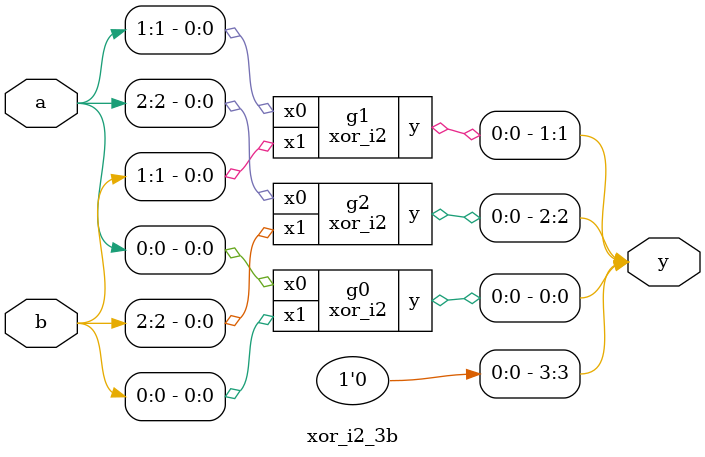
<source format=v>
module xor_i3(y, x0, x1, x2);
	output y;
	input x0, x1, x2;
		
	assign y = x0 ^ x1 ^ x2;
endmodule

module xor_i2(y, x0, x1);
	output y;
	input x0, x1;
		
	assign y = x0 ^ x1;
endmodule

module xor_i2_3b(y, a, b);
	output [3:0] y;
	input  [2:0] a, b;
      
	xor_i2 g0(y[0], a[0], b[0]);
	xor_i2 g1(y[1], a[1], b[1]);
	xor_i2 g2(y[2], a[2], b[2]);
	assign y[3] = 1'b0;
endmodule // xor_i2_3b
	

</source>
